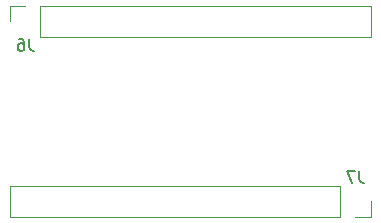
<source format=gbo>
%TF.GenerationSoftware,KiCad,Pcbnew,9.0.5-9.0.5~ubuntu24.04.1*%
%TF.CreationDate,2025-11-18T16:55:03+01:00*%
%TF.ProjectId,Nodo 2 MySensor,4e6f646f-2032-4204-9d79-53656e736f72,rev?*%
%TF.SameCoordinates,Original*%
%TF.FileFunction,Legend,Bot*%
%TF.FilePolarity,Positive*%
%FSLAX46Y46*%
G04 Gerber Fmt 4.6, Leading zero omitted, Abs format (unit mm)*
G04 Created by KiCad (PCBNEW 9.0.5-9.0.5~ubuntu24.04.1) date 2025-11-18 16:55:03*
%MOMM*%
%LPD*%
G01*
G04 APERTURE LIST*
%ADD10C,0.150000*%
%ADD11C,0.120000*%
G04 APERTURE END LIST*
D10*
X132083333Y-96152819D02*
X132083333Y-96867104D01*
X132083333Y-96867104D02*
X132130952Y-97009961D01*
X132130952Y-97009961D02*
X132226190Y-97105200D01*
X132226190Y-97105200D02*
X132369047Y-97152819D01*
X132369047Y-97152819D02*
X132464285Y-97152819D01*
X131702380Y-96152819D02*
X131035714Y-96152819D01*
X131035714Y-96152819D02*
X131464285Y-97152819D01*
X104143333Y-84976819D02*
X104143333Y-85691104D01*
X104143333Y-85691104D02*
X104190952Y-85833961D01*
X104190952Y-85833961D02*
X104286190Y-85929200D01*
X104286190Y-85929200D02*
X104429047Y-85976819D01*
X104429047Y-85976819D02*
X104524285Y-85976819D01*
X103238571Y-84976819D02*
X103429047Y-84976819D01*
X103429047Y-84976819D02*
X103524285Y-85024438D01*
X103524285Y-85024438D02*
X103571904Y-85072057D01*
X103571904Y-85072057D02*
X103667142Y-85214914D01*
X103667142Y-85214914D02*
X103714761Y-85405390D01*
X103714761Y-85405390D02*
X103714761Y-85786342D01*
X103714761Y-85786342D02*
X103667142Y-85881580D01*
X103667142Y-85881580D02*
X103619523Y-85929200D01*
X103619523Y-85929200D02*
X103524285Y-85976819D01*
X103524285Y-85976819D02*
X103333809Y-85976819D01*
X103333809Y-85976819D02*
X103238571Y-85929200D01*
X103238571Y-85929200D02*
X103190952Y-85881580D01*
X103190952Y-85881580D02*
X103143333Y-85786342D01*
X103143333Y-85786342D02*
X103143333Y-85548247D01*
X103143333Y-85548247D02*
X103190952Y-85453009D01*
X103190952Y-85453009D02*
X103238571Y-85405390D01*
X103238571Y-85405390D02*
X103333809Y-85357771D01*
X103333809Y-85357771D02*
X103524285Y-85357771D01*
X103524285Y-85357771D02*
X103619523Y-85405390D01*
X103619523Y-85405390D02*
X103667142Y-85453009D01*
X103667142Y-85453009D02*
X103714761Y-85548247D01*
D11*
%TO.C,J7*%
X102480000Y-100060000D02*
X102480000Y-97400000D01*
X130480000Y-97400000D02*
X102480000Y-97400000D01*
X130480000Y-100060000D02*
X102480000Y-100060000D01*
X130480000Y-100060000D02*
X130480000Y-97400000D01*
X131750000Y-100060000D02*
X133080000Y-100060000D01*
X133080000Y-100060000D02*
X133080000Y-98730000D01*
%TO.C,J6*%
X102480000Y-82160000D02*
X102480000Y-83490000D01*
X103810000Y-82160000D02*
X102480000Y-82160000D01*
X105080000Y-82160000D02*
X105080000Y-84820000D01*
X105080000Y-82160000D02*
X133080000Y-82160000D01*
X105080000Y-84820000D02*
X133080000Y-84820000D01*
X133080000Y-82160000D02*
X133080000Y-84820000D01*
%TD*%
M02*

</source>
